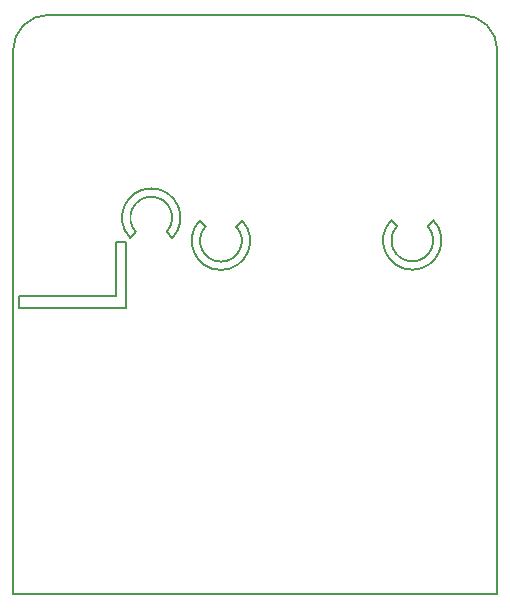
<source format=gbr>
G04 #@! TF.GenerationSoftware,KiCad,Pcbnew,(6.0.7)*
G04 #@! TF.CreationDate,2023-05-10T15:43:49+05:30*
G04 #@! TF.ProjectId,PS440V_to_5V,50533434-3056-45f7-946f-5f35562e6b69,rev?*
G04 #@! TF.SameCoordinates,Original*
G04 #@! TF.FileFunction,Profile,NP*
%FSLAX46Y46*%
G04 Gerber Fmt 4.6, Leading zero omitted, Abs format (unit mm)*
G04 Created by KiCad (PCBNEW (6.0.7)) date 2023-05-10 15:43:49*
%MOMM*%
%LPD*%
G01*
G04 APERTURE LIST*
G04 #@! TA.AperFunction,Profile*
%ADD10C,0.150000*%
G04 #@! TD*
G04 APERTURE END LIST*
D10*
X109800000Y-85500000D02*
X109800000Y-131500000D01*
X125600000Y-99924116D02*
X126100000Y-100424116D01*
X118500000Y-106300000D02*
X110300000Y-106300000D01*
X119400000Y-107300000D02*
X119400000Y-101700000D01*
X141800000Y-99900000D02*
G75*
G03*
X145400000Y-99900000I1800000J-1700000D01*
G01*
X120200000Y-100869181D02*
X119700000Y-101369181D01*
X119400000Y-101700000D02*
X118500000Y-101700000D01*
X142300000Y-100400000D02*
G75*
G03*
X144900000Y-100400000I1300000J-1200000D01*
G01*
X144900000Y-100400000D02*
X145400000Y-99900000D01*
X128700000Y-100424116D02*
X129200000Y-99924116D01*
X150800000Y-85500000D02*
X150800000Y-128500000D01*
X109800000Y-131500000D02*
X150800000Y-131500000D01*
X110300000Y-107300000D02*
X119400000Y-107300000D01*
X112800000Y-82500000D02*
G75*
G03*
X109800000Y-85500000I0J-3000000D01*
G01*
X150800000Y-131500000D02*
X150800000Y-128500000D01*
X150800000Y-85500000D02*
G75*
G03*
X147800000Y-82500000I-3000000J0D01*
G01*
X123300000Y-101369181D02*
G75*
G03*
X119700000Y-101369181I-1800000J1700000D01*
G01*
X147800000Y-82500000D02*
X112800000Y-82500000D01*
X123300000Y-101369181D02*
X122800000Y-100869181D01*
X141800000Y-99900000D02*
X142300000Y-100400000D01*
X125600000Y-99924116D02*
G75*
G03*
X129200000Y-99924116I1800000J-1700000D01*
G01*
X110300000Y-106300000D02*
X110300000Y-107300000D01*
X118500000Y-101700000D02*
X118500000Y-106300000D01*
X126100000Y-100424116D02*
G75*
G03*
X128700000Y-100424116I1300000J-1200000D01*
G01*
X122800000Y-100869181D02*
G75*
G03*
X120200000Y-100869181I-1300000J1200000D01*
G01*
M02*

</source>
